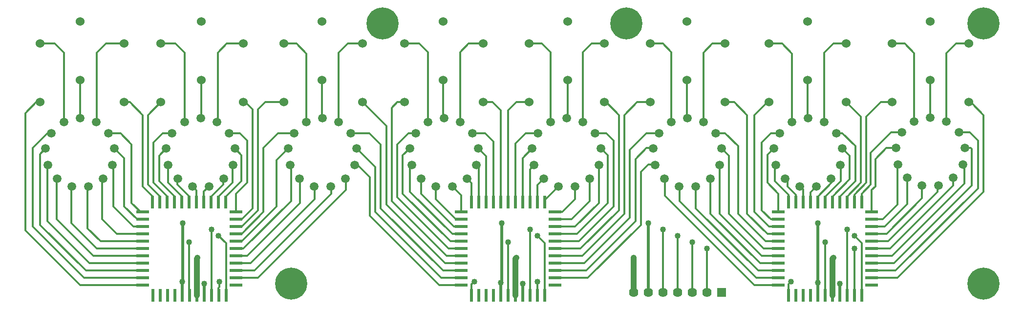
<source format=gbr>
G04 DipTrace 2.4.0.2*
%INTop.gbr*%
%MOIN*%
%ADD13C,0.013*%
%ADD14C,0.04*%
%ADD15C,0.02*%
%ADD21R,0.0638X0.0638*%
%ADD22C,0.0638*%
%ADD23C,0.2187*%
%ADD24C,0.06*%
%ADD25C,0.06*%
%ADD27R,0.0866X0.0236*%
%ADD28R,0.0236X0.0866*%
%ADD29C,0.0591*%
%FSLAX44Y44*%
G04*
G70*
G90*
G75*
G01*
%LNTop*%
%LPD*%
X51690Y4690D2*
D13*
Y7690D1*
X61752D2*
Y4506D1*
X61759D1*
X46690Y4690D2*
D14*
Y7065D1*
X38634Y4506D2*
Y7011D1*
X38688Y7065D1*
X16884Y4506D2*
Y7011D1*
X16938Y7065D1*
X60259Y4506D2*
Y7011D1*
X60313Y7065D1*
X39134Y4506D2*
D15*
Y5315D1*
X37634Y4506D2*
Y5384D1*
X17384Y4506D2*
Y5315D1*
X15884Y4506D2*
Y5440D1*
X60759Y4506D2*
Y5315D1*
X59259Y4506D2*
Y5384D1*
Y9440D1*
X47690D2*
Y4690D1*
X37690Y9440D2*
Y5384D1*
X37634D1*
X15940Y9440D2*
Y5496D1*
X15884Y5440D1*
X57259Y4506D2*
D13*
Y5259D1*
X57440Y5440D1*
X40134D2*
Y4506D1*
X59759D2*
Y8127D1*
X50690D2*
Y4690D1*
X38128Y8127D2*
Y4512D1*
X38134Y4506D1*
X16378Y8127D2*
Y4512D1*
X16384Y4506D1*
X35634D2*
Y5259D1*
X35815Y5440D1*
X18440D2*
Y5065D1*
X18377Y5002D1*
Y4513D1*
X18384Y4506D1*
X62259D2*
Y8059D1*
X61752Y8565D1*
X49690D2*
Y4690D1*
X40634Y4506D2*
Y8059D1*
X40127Y8565D1*
X18884Y4506D2*
Y8059D1*
X18377Y8565D1*
X61259Y4506D2*
Y9002D1*
X48690D2*
Y4690D1*
X39634Y9002D2*
Y4506D1*
X17884Y9002D2*
Y4506D1*
X13190Y10190D2*
X13065D1*
X12440Y10815D1*
Y14815D1*
X11690Y15565D1*
X10886D1*
X10865Y15586D1*
X13190Y9690D2*
X12815D1*
X11940Y10565D1*
Y13855D1*
X11266Y14529D1*
X13190Y9190D2*
X12565D1*
X11190Y10565D1*
Y13346D1*
X11130Y13406D1*
X13190Y8690D2*
X11440D1*
X10440Y9690D1*
Y12524D1*
X10488Y12476D1*
X13190Y8190D2*
X10315D1*
X9440Y9065D1*
Y11951D1*
X9487D1*
X13190Y7690D2*
X10065D1*
X8315Y9440D1*
Y11815D1*
X8491D1*
X8356Y11951D1*
X13190Y7190D2*
X9815D1*
X7315Y9690D1*
Y12436D1*
X7355Y12476D1*
X13190Y6690D2*
X9565D1*
X6690Y9565D1*
Y13384D1*
X6713Y13406D1*
X13190Y6190D2*
X9315D1*
X6190Y9315D1*
Y14143D1*
X6576Y14529D1*
X13190Y5690D2*
X9190D1*
X5690Y9190D1*
Y14565D1*
X6690Y15565D1*
X6956D1*
X6977Y15586D1*
X13874Y10884D2*
Y11256D1*
X13190Y11940D1*
Y16815D1*
X12315Y17690D1*
X11940D1*
X6190Y21690D2*
X7190D1*
X7815Y21065D1*
Y16344D1*
X7823Y16336D1*
X8940Y19190D2*
Y16625D1*
X8921Y16606D1*
X14874Y10884D2*
Y11256D1*
X13940Y12190D1*
Y14940D1*
X14565Y15565D1*
X15187D1*
X15208Y15586D1*
X15374Y10884D2*
Y11256D1*
X14315Y12315D1*
Y14036D1*
X14808Y14529D1*
X15874Y10884D2*
Y11256D1*
X14940Y12190D1*
Y13403D1*
X14944Y13406D1*
X16374Y10884D2*
Y11256D1*
X15565Y12065D1*
Y12455D1*
X15586Y12476D1*
X16874Y10884D2*
Y11664D1*
X16587Y11951D1*
X17374Y10884D2*
Y11607D1*
X17718Y11951D1*
X17874Y10884D2*
Y11249D1*
X18690Y12065D1*
Y12447D1*
X18719Y12476D1*
X18374Y10884D2*
Y11249D1*
X19315Y12190D1*
Y13360D1*
X19361Y13406D1*
X18874Y10884D2*
Y11249D1*
X19940Y12315D1*
Y14086D1*
X19497Y14529D1*
X19568Y10200D2*
Y11443D1*
X20315Y12190D1*
Y15065D1*
X19815Y15565D1*
X19118D1*
X19097Y15586D1*
X14374Y10884D2*
Y11256D1*
X13565Y12065D1*
Y16815D1*
X14440Y17690D1*
X19568Y9700D2*
X19950D1*
X20690Y10440D1*
Y17190D1*
X20190Y17690D1*
X20065D1*
X19568Y8700D2*
X19950D1*
X21440Y10190D1*
Y14565D1*
X22440Y15565D1*
X23492D1*
X23513Y15586D1*
X19568Y8200D2*
X19950D1*
X22315Y10565D1*
Y13731D1*
X23113Y14529D1*
X19568Y7700D2*
X20075D1*
X23315Y10940D1*
Y13473D1*
X23249Y13406D1*
X19568Y7200D2*
X20325D1*
X23940Y10815D1*
Y12525D1*
X23891Y12476D1*
X19568Y6700D2*
X20575D1*
X24940Y11065D1*
Y11903D1*
X24892Y11951D1*
X19568Y6200D2*
X20825D1*
X26065Y11440D1*
Y11951D1*
X26023D1*
X19568Y5700D2*
X21075D1*
X27065Y11690D1*
Y12435D1*
X27024Y12476D1*
X34940Y5190D2*
X33440D1*
X28690Y9940D1*
Y12565D1*
X27849Y13406D1*
X27666D1*
X34940Y5690D2*
X33565D1*
X29065Y10190D1*
Y13266D1*
X27802Y14529D1*
X34940Y6190D2*
X33690D1*
X29440Y10440D1*
Y14815D1*
X28669Y15586D1*
X27402D1*
X16055Y16336D2*
Y21075D1*
X15440Y21690D1*
X14440D1*
X20065D2*
X18940D1*
X18315Y21065D1*
Y16400D1*
X18250Y16336D1*
X34940Y7690D2*
X34065D1*
X30565Y11190D1*
Y14815D1*
X31315Y15565D1*
X31792D1*
X31813Y15586D1*
X34940Y8190D2*
X34190D1*
X30940Y11440D1*
Y14056D1*
X31413Y14529D1*
X34940Y8690D2*
X34315D1*
X31440Y11565D1*
Y13298D1*
X31549Y13406D1*
X34940Y9190D2*
X34440D1*
X32190Y11440D1*
Y12475D1*
X32191Y12476D1*
X34940Y9690D2*
X34565D1*
X33190Y11065D1*
Y11948D1*
X33192Y11951D1*
X34940Y10190D2*
Y11333D1*
X34323Y11951D1*
X35624Y10884D2*
Y12176D1*
X35324Y12476D1*
X36124Y10884D2*
Y13249D1*
X35966Y13406D1*
X36624Y10884D2*
Y14007D1*
X36102Y14529D1*
X37124Y10884D2*
Y15006D1*
X36565Y15565D1*
X35723D1*
X35702Y15586D1*
X24360Y16336D2*
Y21020D1*
X23690Y21690D1*
X22815D1*
X19568Y9200D2*
X19950D1*
X21065Y10315D1*
Y17190D1*
X21565Y17690D1*
X22815D1*
X38624Y10884D2*
Y14874D1*
X39315Y15565D1*
X40155D1*
X40176Y15586D1*
X39124Y10884D2*
Y13878D1*
X39775Y14529D1*
X39624Y10884D2*
Y13119D1*
X39911Y13406D1*
X40124Y10884D2*
Y12046D1*
X40554Y12476D1*
X40624Y10884D2*
Y11020D1*
X41555Y11951D1*
X41318Y10200D2*
X41825D1*
X42690Y11065D1*
Y11946D1*
X42685Y11951D1*
X41318Y9700D2*
X42450D1*
X43686Y10936D1*
Y12476D1*
X41318Y9200D2*
X42700D1*
X44315Y10815D1*
Y13420D1*
X44329Y13406D1*
X41318Y8700D2*
X42825D1*
X44940Y10815D1*
Y14054D1*
X44465Y14529D1*
X41318Y8200D2*
X42950D1*
X45315Y10565D1*
Y15065D1*
X44815Y15565D1*
X44085D1*
X44064Y15586D1*
X34940Y6690D2*
X33815D1*
X29815Y10690D1*
Y16065D1*
X28190Y17690D1*
X26555Y16336D2*
Y21055D1*
X27190Y21690D1*
X28190D1*
X41318Y6700D2*
X43325D1*
X46440Y9815D1*
Y14440D1*
X47565Y15565D1*
X48392D1*
X48413Y15586D1*
X41318Y6200D2*
X43450D1*
X46815Y9565D1*
Y13815D1*
X47565Y14565D1*
X47976D1*
X48013Y14529D1*
X41318Y5700D2*
X43575D1*
X47190Y9315D1*
Y12940D1*
X47690Y13440D1*
X48115D1*
X48149Y13406D1*
X56565Y5190D2*
X54940D1*
X48815Y11315D1*
Y12500D1*
X48791Y12476D1*
X56565Y5690D2*
X55065D1*
X49815Y10940D1*
Y11973D1*
X49792Y11951D1*
X56565Y6190D2*
X55190D1*
X50940Y10440D1*
Y11933D1*
X50923Y11951D1*
X56565Y6690D2*
X55315D1*
X51940Y10065D1*
Y12440D1*
X51904Y12476D1*
X51924D1*
X56565Y7190D2*
X55440D1*
X52565Y10065D1*
Y13565D1*
X52724Y13406D1*
X52566D1*
X56565Y7690D2*
X55565D1*
X53190Y10065D1*
Y14041D1*
X52702Y14529D1*
X56565Y8190D2*
X55690D1*
X53815Y10065D1*
Y14690D1*
X52940Y15565D1*
X52323D1*
X52302Y15586D1*
X32660Y16336D2*
Y21095D1*
X32065Y21690D1*
X31065D1*
X34940Y7190D2*
X33940D1*
X30190Y10940D1*
Y17315D1*
X30565Y17690D1*
X31065D1*
X56565Y9690D2*
X56065D1*
X55440Y10315D1*
Y14940D1*
X56065Y15565D1*
X56630D1*
X56651Y15586D1*
X56565Y10190D2*
Y11440D1*
X55815Y12190D1*
Y14094D1*
X56250Y14529D1*
X57249Y10884D2*
Y11381D1*
X56315Y12315D1*
Y13335D1*
X56386Y13406D1*
X57749Y10884D2*
Y11381D1*
X57190Y11940D1*
Y12315D1*
X57029Y12476D1*
X58249Y10884D2*
Y11731D1*
X58030Y11951D1*
X58749Y10884D2*
Y11539D1*
X59160Y11951D1*
X59249Y10884D2*
Y11249D1*
X60190Y12190D1*
Y12447D1*
X60161Y12476D1*
X59749Y10884D2*
Y11249D1*
X60815Y12315D1*
Y13395D1*
X60804Y13406D1*
X60249Y10884D2*
Y11249D1*
X61440Y12440D1*
Y14029D1*
X60940Y14529D1*
X60749Y10884D2*
Y11249D1*
X61815Y12315D1*
Y14690D1*
X60940Y15565D1*
X60560D1*
X60539Y15586D1*
X34855Y16336D2*
Y21105D1*
X35440Y21690D1*
X36440D1*
X41022Y16336D2*
Y21108D1*
X40440Y21690D1*
X39565D1*
X62249Y10884D2*
Y11436D1*
X62877Y12065D1*
Y14252D1*
X64252Y15627D1*
X64992D1*
X64996Y15632D1*
X62943Y10200D2*
Y11693D1*
X63190Y11940D1*
Y13815D1*
X63940Y14565D1*
X64585D1*
X64595Y14575D1*
X62943Y9700D2*
X63700D1*
X64690Y10690D1*
Y13440D1*
X64744D1*
X64731Y13452D1*
X62943Y9200D2*
X63825D1*
X65377Y10753D1*
Y12502D1*
X65393D1*
X65374Y12522D1*
X62943Y8700D2*
X63950D1*
X66375Y11125D1*
Y11996D1*
X62943Y8200D2*
X64075D1*
X67440Y11565D1*
Y11996D1*
X67505D1*
X62943Y7700D2*
X64200D1*
X68502Y12002D1*
Y12518D1*
X68506Y12522D1*
X62943Y7200D2*
X64325D1*
X69252Y12128D1*
Y13349D1*
X69149Y13452D1*
X62943Y6700D2*
X64450D1*
X69752Y12003D1*
Y14503D1*
X69690Y14565D1*
X69295D1*
X69285Y14575D1*
X62943Y6200D2*
X64575D1*
X70190Y11815D1*
Y15065D1*
X69627Y15627D1*
X68888D1*
X68884Y15632D1*
X43218Y16336D2*
Y21093D1*
X43815Y21690D1*
X44690D1*
X11940D2*
X10690D1*
X10065Y21065D1*
Y16382D1*
X10019Y16336D1*
X13190Y5190D2*
X8940D1*
X5190Y8940D1*
Y16940D1*
X5940Y17690D1*
X6190D1*
X49260Y16336D2*
Y21120D1*
X48690Y21690D1*
X47815D1*
X51455Y16336D2*
Y21080D1*
X52065Y21690D1*
X52940D1*
X57497Y16336D2*
Y21008D1*
X56815Y21690D1*
X55940D1*
X59693Y16336D2*
Y21068D1*
X60315Y21690D1*
X61190D1*
X65842Y16382D2*
Y21038D1*
X65190Y21690D1*
X64315D1*
X68038Y16382D2*
Y21038D1*
X68690Y21690D1*
X69565D1*
X37624Y10884D2*
Y17131D1*
X37065Y17690D1*
X36440D1*
X38124Y10884D2*
Y17124D1*
X38690Y17690D1*
X39565D1*
X41318Y7700D2*
X43075D1*
X45690Y10315D1*
Y16815D1*
X44815Y17690D1*
X44690D1*
X41318Y7200D2*
X43200D1*
X46065Y10065D1*
Y16815D1*
X46940Y17690D1*
X47815D1*
X56565Y8690D2*
X55815D1*
X54440Y10065D1*
Y16815D1*
X53565Y17690D1*
X52940D1*
X56565Y9190D2*
X55940D1*
X54940Y10190D1*
Y16815D1*
X55815Y17690D1*
X55940D1*
X61249Y10884D2*
Y11249D1*
X62190Y12190D1*
Y16690D1*
X61190Y17690D1*
X61749Y10884D2*
Y11374D1*
X62565Y12190D1*
Y16690D1*
X63565Y17690D1*
X64315D1*
X62943Y5700D2*
X64700D1*
X70565Y11565D1*
Y16815D1*
X69815Y17565D1*
X69690D1*
X69565Y17690D1*
X17190Y19190D2*
Y16644D1*
X17153Y16606D1*
X25440Y19190D2*
Y16624D1*
X25457Y16606D1*
X33690Y19190D2*
Y16674D1*
X33758Y16606D1*
X42190Y19190D2*
Y16676D1*
X42120Y16606D1*
X50315Y19190D2*
Y16649D1*
X50358Y16606D1*
X58565Y19190D2*
Y16636D1*
X58595Y16606D1*
X66940Y19190D2*
Y16652D1*
D14*
X51690Y7690D3*
X61752D3*
X46690Y7065D3*
D3*
X38688D3*
X16938D3*
X60313D3*
X39134Y5315D3*
X37634Y5384D3*
X17384Y5315D3*
X15884Y5440D3*
X60759Y5315D3*
X59259Y5384D3*
Y9440D3*
X47690D3*
X37690D3*
X15940D3*
X57440Y5440D3*
X40134D3*
X59759Y8127D3*
X50690D3*
X38128D3*
X16378D3*
X35815Y5440D3*
X18440D3*
X61752Y8565D3*
X49690D3*
X40127D3*
X18377D3*
X40127D3*
X61259Y9002D3*
X48690D3*
X39634D3*
X17884D3*
D21*
X52690Y4690D3*
D22*
X51690D3*
X50690D3*
X49690D3*
X48690D3*
X47690D3*
X46690D3*
D23*
X29565Y23065D3*
X46190D3*
X70565D3*
Y5315D3*
X23315D3*
D24*
X8940Y23190D3*
D25*
Y19190D3*
D24*
X17190Y23190D3*
D25*
Y19190D3*
D24*
X25440Y23190D3*
D25*
Y19190D3*
D24*
X33690Y23190D3*
D25*
Y19190D3*
D24*
X42190Y23190D3*
D25*
Y19190D3*
D24*
X50315Y23190D3*
D25*
Y19190D3*
D24*
X58565Y23190D3*
D25*
Y19190D3*
D24*
X66940Y23190D3*
D25*
Y19190D3*
D24*
X6190Y21690D3*
D25*
Y17690D3*
D24*
X11940Y21690D3*
D25*
Y17690D3*
D24*
X14440Y21690D3*
D25*
Y17690D3*
D24*
X20065Y21690D3*
D25*
Y17690D3*
D24*
X22815Y21690D3*
D25*
Y17690D3*
D24*
X28190Y21690D3*
D25*
Y17690D3*
D24*
X31065Y21690D3*
D25*
Y17690D3*
D24*
X36440Y21690D3*
D25*
Y17690D3*
D24*
X39565Y21690D3*
D25*
Y17690D3*
D24*
X44690Y21690D3*
D25*
Y17690D3*
D24*
X47815Y21690D3*
D25*
Y17690D3*
D24*
X52940Y21690D3*
D25*
Y17690D3*
D24*
X55940Y21690D3*
D25*
Y17690D3*
D24*
X61190Y21690D3*
D25*
Y17690D3*
D24*
X64315Y21690D3*
D25*
Y17690D3*
D24*
X69565Y21690D3*
D25*
Y17690D3*
D27*
X13190Y10190D3*
Y9690D3*
Y9190D3*
Y8690D3*
Y8190D3*
Y7690D3*
Y7190D3*
Y6690D3*
Y6190D3*
Y5690D3*
Y5190D3*
D28*
X13884Y4506D3*
X14384D3*
X14884D3*
X15384D3*
X15884D3*
X16384D3*
X16884D3*
X17384D3*
X17884D3*
X18384D3*
X18884D3*
D27*
X19568Y5200D3*
Y5700D3*
Y6200D3*
Y6700D3*
Y7200D3*
Y7700D3*
Y8200D3*
Y8700D3*
Y9200D3*
Y9700D3*
Y10200D3*
D28*
X18874Y10884D3*
X18374D3*
X17874D3*
X17374D3*
X16874D3*
X16374D3*
X15874D3*
X15374D3*
X14874D3*
X14374D3*
X13874D3*
D27*
X34940Y10190D3*
Y9690D3*
Y9190D3*
Y8690D3*
Y8190D3*
Y7690D3*
Y7190D3*
Y6690D3*
Y6190D3*
Y5690D3*
Y5190D3*
D28*
X35634Y4506D3*
X36134D3*
X36634D3*
X37134D3*
X37634D3*
X38134D3*
X38634D3*
X39134D3*
X39634D3*
X40134D3*
X40634D3*
D27*
X41318Y5200D3*
Y5700D3*
Y6200D3*
Y6700D3*
Y7200D3*
Y7700D3*
Y8200D3*
Y8700D3*
Y9200D3*
Y9700D3*
Y10200D3*
D28*
X40624Y10884D3*
X40124D3*
X39624D3*
X39124D3*
X38624D3*
X38124D3*
X37624D3*
X37124D3*
X36624D3*
X36124D3*
X35624D3*
D27*
X56565Y10190D3*
Y9690D3*
Y9190D3*
Y8690D3*
Y8190D3*
Y7690D3*
Y7190D3*
Y6690D3*
Y6190D3*
Y5690D3*
Y5190D3*
D28*
X57259Y4506D3*
X57759D3*
X58259D3*
X58759D3*
X59259D3*
X59759D3*
X60259D3*
X60759D3*
X61259D3*
X61759D3*
X62259D3*
D27*
X62943Y5200D3*
Y5700D3*
Y6200D3*
Y6700D3*
Y7200D3*
Y7700D3*
Y8200D3*
Y8700D3*
Y9200D3*
Y9700D3*
Y10200D3*
D28*
X62249Y10884D3*
X61749D3*
X61249D3*
X60749D3*
X60249D3*
X59749D3*
X59249D3*
X58749D3*
X58249D3*
X57749D3*
X57249D3*
D29*
X8921Y16606D3*
X7823Y16336D3*
X6977Y15586D3*
X6576Y14529D3*
X6713Y13406D3*
X7355Y12476D3*
X8356Y11951D3*
X9487D3*
X10488Y12476D3*
X11130Y13406D3*
X11266Y14529D3*
X10865Y15586D3*
X10019Y16336D3*
X17153Y16606D3*
X16055Y16336D3*
X15208Y15586D3*
X14808Y14529D3*
X14944Y13406D3*
X15586Y12476D3*
X16587Y11951D3*
X17718D3*
X18719Y12476D3*
X19361Y13406D3*
X19497Y14529D3*
X19097Y15586D3*
X18250Y16336D3*
X25457Y16606D3*
X24360Y16336D3*
X23513Y15586D3*
X23113Y14529D3*
X23249Y13406D3*
X23891Y12476D3*
X24892Y11951D3*
X26023D3*
X27024Y12476D3*
X27666Y13406D3*
X27802Y14529D3*
X27402Y15586D3*
X26555Y16336D3*
X33758Y16606D3*
X32660Y16336D3*
X31813Y15586D3*
X31413Y14529D3*
X31549Y13406D3*
X32191Y12476D3*
X33192Y11951D3*
X34323D3*
X35324Y12476D3*
X35966Y13406D3*
X36102Y14529D3*
X35702Y15586D3*
X34855Y16336D3*
X42120Y16606D3*
X41022Y16336D3*
X40176Y15586D3*
X39775Y14529D3*
X39911Y13406D3*
X40554Y12476D3*
X41555Y11951D3*
X42685D3*
X43686Y12476D3*
X44329Y13406D3*
X44465Y14529D3*
X44064Y15586D3*
X43218Y16336D3*
X50358Y16606D3*
X49260Y16336D3*
X48413Y15586D3*
X48013Y14529D3*
X48149Y13406D3*
X48791Y12476D3*
X49792Y11951D3*
X50923D3*
X51924Y12476D3*
X52566Y13406D3*
X52702Y14529D3*
X52302Y15586D3*
X51455Y16336D3*
X58595Y16606D3*
X57497Y16336D3*
X56651Y15586D3*
X56250Y14529D3*
X56386Y13406D3*
X57029Y12476D3*
X58030Y11951D3*
X59160D3*
X60161Y12476D3*
X60804Y13406D3*
X60940Y14529D3*
X60539Y15586D3*
X59693Y16336D3*
X66940Y16652D3*
X65842Y16382D3*
X64996Y15632D3*
X64595Y14575D3*
X64731Y13452D3*
X65374Y12522D3*
X66375Y11996D3*
X67505D3*
X68506Y12522D3*
X69149Y13452D3*
X69285Y14575D3*
X68884Y15632D3*
X68038Y16382D3*
M02*

</source>
